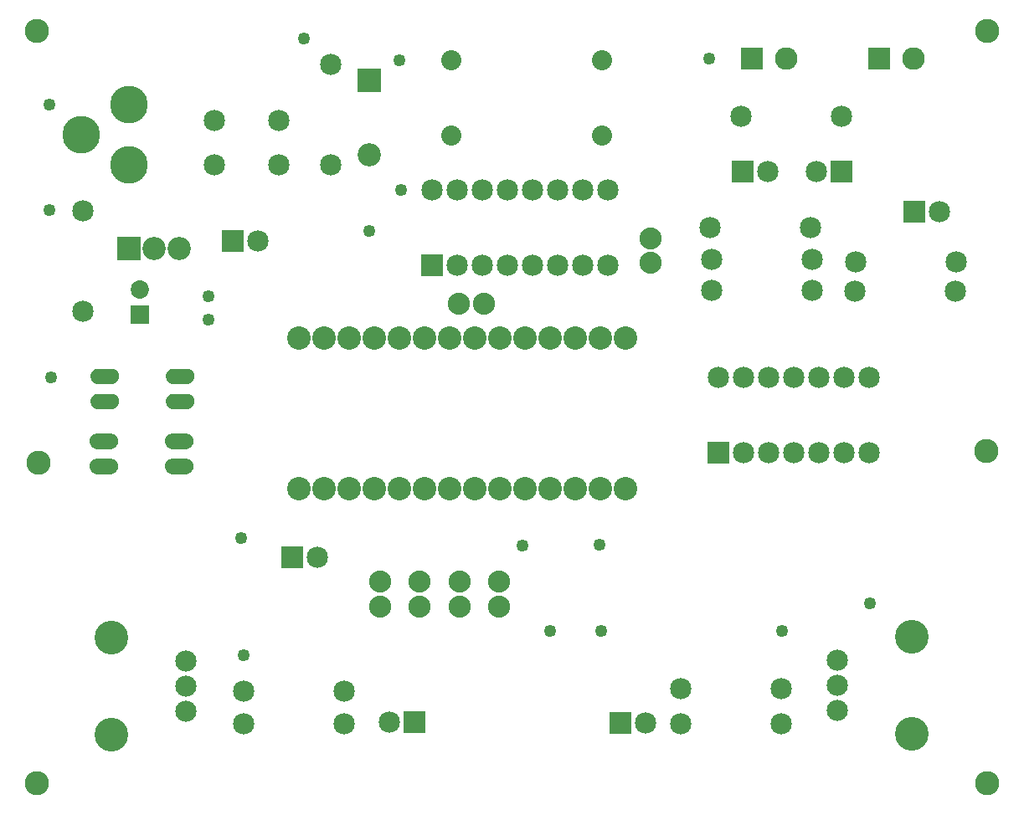
<source format=gbs>
G04 MADE WITH FRITZING*
G04 WWW.FRITZING.ORG*
G04 DOUBLE SIDED*
G04 HOLES PLATED*
G04 CONTOUR ON CENTER OF CONTOUR VECTOR*
%ASAXBY*%
%FSLAX23Y23*%
%MOIN*%
%OFA0B0*%
%SFA1.0B1.0*%
%ADD10C,0.049370*%
%ADD11C,0.085000*%
%ADD12C,0.092000*%
%ADD13C,0.080000*%
%ADD14C,0.088000*%
%ADD15C,0.096614*%
%ADD16C,0.093307*%
%ADD17C,0.084667*%
%ADD18C,0.084695*%
%ADD19C,0.134033*%
%ADD20C,0.150000*%
%ADD21C,0.090000*%
%ADD22C,0.072992*%
%ADD23C,0.062000*%
%ADD24R,0.085000X0.085000*%
%ADD25R,0.092000X0.092000*%
%ADD26R,0.090000X0.090000*%
%ADD27R,0.072992X0.072992*%
%ADD28C,0.030000*%
%ADD29R,0.001000X0.001000*%
%LNMASK0*%
G90*
G70*
G54D10*
X2324Y682D03*
X2122Y682D03*
G54D11*
X1093Y977D03*
X1193Y977D03*
G54D12*
X445Y2207D03*
X545Y2207D03*
X645Y2207D03*
G54D11*
X262Y2358D03*
X262Y1958D03*
X856Y2236D03*
X956Y2236D03*
G54D10*
X762Y2017D03*
G54D13*
X1726Y2657D03*
X2326Y2657D03*
X2326Y2957D03*
X1726Y2957D03*
G54D10*
X1522Y2958D03*
X1527Y2439D03*
X3394Y793D03*
G54D14*
X2521Y2248D03*
X2521Y2149D03*
G54D10*
X762Y1923D03*
G54D11*
X2880Y2732D03*
X3280Y2732D03*
X1652Y2141D03*
X1652Y2441D03*
X1752Y2141D03*
X1752Y2441D03*
X1852Y2141D03*
X1852Y2441D03*
X1952Y2141D03*
X1952Y2441D03*
X2052Y2141D03*
X2052Y2441D03*
X2152Y2141D03*
X2152Y2441D03*
X2252Y2141D03*
X2252Y2441D03*
X2352Y2141D03*
X2352Y2441D03*
G54D12*
X1399Y2877D03*
X1399Y2579D03*
G54D11*
X1247Y2939D03*
X1247Y2539D03*
G54D10*
X1402Y2276D03*
X1139Y3043D03*
G54D14*
X1756Y1987D03*
X1856Y1987D03*
G54D10*
X133Y1695D03*
G54D15*
X76Y3073D03*
X3861Y3073D03*
X3861Y76D03*
X76Y76D03*
X3858Y1399D03*
X84Y1354D03*
G54D14*
X1444Y879D03*
X1444Y779D03*
G54D10*
X890Y1054D03*
G54D14*
X1601Y879D03*
X1601Y779D03*
X1759Y879D03*
X1759Y779D03*
X1916Y879D03*
X1916Y779D03*
G54D10*
X2318Y1027D03*
X2011Y1025D03*
G54D11*
X902Y444D03*
X1302Y444D03*
X902Y315D03*
X1302Y315D03*
X2642Y455D03*
X3042Y455D03*
X2641Y314D03*
X3041Y314D03*
X2402Y317D03*
X2502Y317D03*
X1581Y319D03*
X1481Y319D03*
G54D16*
X1120Y1249D03*
X1120Y1849D03*
X1220Y1249D03*
X1220Y1849D03*
X1320Y1249D03*
X1320Y1849D03*
X1420Y1249D03*
X1420Y1849D03*
X1520Y1249D03*
X1520Y1849D03*
X1620Y1249D03*
X1620Y1849D03*
X1720Y1249D03*
X1720Y1849D03*
X1820Y1249D03*
X1820Y1849D03*
X1920Y1249D03*
X1920Y1849D03*
X2020Y1249D03*
X2020Y1849D03*
X2120Y1249D03*
X2120Y1849D03*
X2220Y1249D03*
X2220Y1849D03*
X2320Y1249D03*
X2320Y1849D03*
X2420Y1249D03*
X2420Y1849D03*
G54D17*
X669Y363D03*
X669Y463D03*
G54D18*
X669Y563D03*
G54D19*
X374Y269D03*
X374Y657D03*
G54D17*
X3265Y566D03*
X3265Y466D03*
G54D18*
X3265Y366D03*
G54D19*
X3560Y660D03*
X3560Y272D03*
G54D20*
X445Y2539D03*
X445Y2779D03*
X255Y2659D03*
G54D21*
X2924Y2964D03*
X3061Y2964D03*
X3429Y2964D03*
X3567Y2964D03*
G54D11*
X2791Y1395D03*
X2791Y1695D03*
X2891Y1395D03*
X2891Y1695D03*
X2991Y1395D03*
X2991Y1695D03*
X3091Y1395D03*
X3091Y1695D03*
X3191Y1395D03*
X3191Y1695D03*
X3291Y1395D03*
X3291Y1695D03*
X3391Y1395D03*
X3391Y1695D03*
X2765Y2165D03*
X3165Y2165D03*
X2765Y2040D03*
X3165Y2040D03*
X2758Y2291D03*
X3158Y2291D03*
G54D10*
X2753Y2964D03*
G54D11*
X3338Y2154D03*
X3738Y2154D03*
X3334Y2038D03*
X3734Y2038D03*
X3571Y2352D03*
X3671Y2352D03*
X2886Y2514D03*
X2986Y2514D03*
X3279Y2512D03*
X3179Y2512D03*
G54D10*
X901Y586D03*
X3044Y685D03*
G54D11*
X1041Y2540D03*
X785Y2540D03*
X1041Y2717D03*
X785Y2717D03*
G54D22*
X487Y1945D03*
X487Y2044D03*
G54D23*
X645Y1338D03*
X645Y1438D03*
X345Y1438D03*
X345Y1338D03*
X648Y1597D03*
X648Y1697D03*
X348Y1697D03*
X348Y1597D03*
G54D10*
X128Y2779D03*
X127Y2359D03*
G54D24*
X1093Y977D03*
G54D25*
X445Y2207D03*
G54D24*
X856Y2236D03*
X1652Y2141D03*
G54D25*
X1399Y2878D03*
G54D24*
X2402Y317D03*
X1581Y319D03*
G54D26*
X2924Y2964D03*
X3429Y2964D03*
G54D24*
X2791Y1395D03*
X3571Y2352D03*
X2886Y2514D03*
X3279Y2512D03*
G54D27*
X487Y1945D03*
G54D28*
G36*
X1088Y1281D02*
X1151Y1281D01*
X1151Y1217D01*
X1088Y1217D01*
X1088Y1281D01*
G37*
D02*
G54D29*
X316Y1728D02*
X379Y1728D01*
X616Y1728D02*
X679Y1728D01*
X312Y1727D02*
X383Y1727D01*
X612Y1727D02*
X683Y1727D01*
X310Y1726D02*
X386Y1726D01*
X610Y1726D02*
X686Y1726D01*
X308Y1725D02*
X388Y1725D01*
X608Y1725D02*
X688Y1725D01*
X306Y1724D02*
X389Y1724D01*
X606Y1724D02*
X689Y1724D01*
X304Y1723D02*
X391Y1723D01*
X604Y1723D02*
X691Y1723D01*
X303Y1722D02*
X392Y1722D01*
X603Y1722D02*
X692Y1722D01*
X302Y1721D02*
X394Y1721D01*
X602Y1721D02*
X694Y1721D01*
X301Y1720D02*
X395Y1720D01*
X601Y1720D02*
X695Y1720D01*
X300Y1719D02*
X396Y1719D01*
X600Y1719D02*
X696Y1719D01*
X299Y1718D02*
X397Y1718D01*
X599Y1718D02*
X697Y1718D01*
X298Y1717D02*
X397Y1717D01*
X598Y1717D02*
X697Y1717D01*
X297Y1716D02*
X398Y1716D01*
X597Y1716D02*
X698Y1716D01*
X297Y1715D02*
X399Y1715D01*
X597Y1715D02*
X699Y1715D01*
X296Y1714D02*
X399Y1714D01*
X596Y1714D02*
X699Y1714D01*
X295Y1713D02*
X400Y1713D01*
X595Y1713D02*
X700Y1713D01*
X295Y1712D02*
X401Y1712D01*
X595Y1712D02*
X701Y1712D01*
X294Y1711D02*
X401Y1711D01*
X594Y1711D02*
X701Y1711D01*
X294Y1710D02*
X402Y1710D01*
X594Y1710D02*
X702Y1710D01*
X293Y1709D02*
X402Y1709D01*
X593Y1709D02*
X702Y1709D01*
X293Y1708D02*
X343Y1708D01*
X352Y1708D02*
X402Y1708D01*
X593Y1708D02*
X643Y1708D01*
X652Y1708D02*
X702Y1708D01*
X293Y1707D02*
X341Y1707D01*
X354Y1707D02*
X403Y1707D01*
X593Y1707D02*
X641Y1707D01*
X654Y1707D02*
X703Y1707D01*
X292Y1706D02*
X340Y1706D01*
X355Y1706D02*
X403Y1706D01*
X592Y1706D02*
X640Y1706D01*
X655Y1706D02*
X703Y1706D01*
X292Y1705D02*
X339Y1705D01*
X356Y1705D02*
X403Y1705D01*
X592Y1705D02*
X639Y1705D01*
X656Y1705D02*
X703Y1705D01*
X292Y1704D02*
X338Y1704D01*
X357Y1704D02*
X404Y1704D01*
X592Y1704D02*
X638Y1704D01*
X657Y1704D02*
X704Y1704D01*
X292Y1703D02*
X338Y1703D01*
X358Y1703D02*
X404Y1703D01*
X592Y1703D02*
X638Y1703D01*
X658Y1703D02*
X704Y1703D01*
X292Y1702D02*
X337Y1702D01*
X358Y1702D02*
X404Y1702D01*
X592Y1702D02*
X637Y1702D01*
X658Y1702D02*
X704Y1702D01*
X291Y1701D02*
X337Y1701D01*
X359Y1701D02*
X404Y1701D01*
X591Y1701D02*
X637Y1701D01*
X659Y1701D02*
X704Y1701D01*
X291Y1700D02*
X336Y1700D01*
X359Y1700D02*
X404Y1700D01*
X591Y1700D02*
X636Y1700D01*
X659Y1700D02*
X704Y1700D01*
X291Y1699D02*
X336Y1699D01*
X359Y1699D02*
X404Y1699D01*
X591Y1699D02*
X636Y1699D01*
X659Y1699D02*
X704Y1699D01*
X291Y1698D02*
X336Y1698D01*
X359Y1698D02*
X404Y1698D01*
X591Y1698D02*
X636Y1698D01*
X659Y1698D02*
X704Y1698D01*
X291Y1697D02*
X336Y1697D01*
X359Y1697D02*
X404Y1697D01*
X591Y1697D02*
X636Y1697D01*
X659Y1697D02*
X704Y1697D01*
X291Y1696D02*
X336Y1696D01*
X359Y1696D02*
X404Y1696D01*
X591Y1696D02*
X636Y1696D01*
X659Y1696D02*
X704Y1696D01*
X291Y1695D02*
X337Y1695D01*
X359Y1695D02*
X404Y1695D01*
X591Y1695D02*
X637Y1695D01*
X659Y1695D02*
X704Y1695D01*
X291Y1694D02*
X337Y1694D01*
X359Y1694D02*
X404Y1694D01*
X591Y1694D02*
X637Y1694D01*
X659Y1694D02*
X704Y1694D01*
X292Y1693D02*
X337Y1693D01*
X358Y1693D02*
X404Y1693D01*
X592Y1693D02*
X637Y1693D01*
X658Y1693D02*
X704Y1693D01*
X292Y1692D02*
X338Y1692D01*
X358Y1692D02*
X404Y1692D01*
X592Y1692D02*
X638Y1692D01*
X658Y1692D02*
X704Y1692D01*
X292Y1691D02*
X339Y1691D01*
X357Y1691D02*
X403Y1691D01*
X592Y1691D02*
X639Y1691D01*
X657Y1691D02*
X703Y1691D01*
X292Y1690D02*
X339Y1690D01*
X356Y1690D02*
X403Y1690D01*
X592Y1690D02*
X639Y1690D01*
X656Y1690D02*
X703Y1690D01*
X293Y1689D02*
X341Y1689D01*
X355Y1689D02*
X403Y1689D01*
X593Y1689D02*
X641Y1689D01*
X655Y1689D02*
X703Y1689D01*
X293Y1688D02*
X342Y1688D01*
X353Y1688D02*
X403Y1688D01*
X593Y1688D02*
X642Y1688D01*
X653Y1688D02*
X703Y1688D01*
X293Y1687D02*
X344Y1687D01*
X351Y1687D02*
X402Y1687D01*
X593Y1687D02*
X644Y1687D01*
X651Y1687D02*
X702Y1687D01*
X294Y1686D02*
X402Y1686D01*
X594Y1686D02*
X702Y1686D01*
X294Y1685D02*
X401Y1685D01*
X594Y1685D02*
X701Y1685D01*
X295Y1684D02*
X401Y1684D01*
X595Y1684D02*
X701Y1684D01*
X295Y1683D02*
X400Y1683D01*
X595Y1683D02*
X700Y1683D01*
X296Y1682D02*
X400Y1682D01*
X596Y1682D02*
X700Y1682D01*
X296Y1681D02*
X399Y1681D01*
X596Y1681D02*
X699Y1681D01*
X297Y1680D02*
X399Y1680D01*
X597Y1680D02*
X699Y1680D01*
X298Y1679D02*
X398Y1679D01*
X598Y1679D02*
X698Y1679D01*
X298Y1678D02*
X397Y1678D01*
X598Y1678D02*
X697Y1678D01*
X299Y1677D02*
X396Y1677D01*
X599Y1677D02*
X696Y1677D01*
X300Y1676D02*
X395Y1676D01*
X600Y1676D02*
X695Y1676D01*
X301Y1675D02*
X394Y1675D01*
X601Y1675D02*
X694Y1675D01*
X302Y1674D02*
X393Y1674D01*
X602Y1674D02*
X693Y1674D01*
X304Y1673D02*
X392Y1673D01*
X604Y1673D02*
X692Y1673D01*
X305Y1672D02*
X390Y1672D01*
X605Y1672D02*
X690Y1672D01*
X307Y1671D02*
X389Y1671D01*
X607Y1671D02*
X689Y1671D01*
X309Y1670D02*
X387Y1670D01*
X609Y1670D02*
X687Y1670D01*
X311Y1669D02*
X385Y1669D01*
X611Y1669D02*
X685Y1669D01*
X314Y1668D02*
X382Y1668D01*
X614Y1668D02*
X682Y1668D01*
X318Y1667D02*
X377Y1667D01*
X618Y1667D02*
X677Y1667D01*
X316Y1628D02*
X380Y1628D01*
X616Y1628D02*
X680Y1628D01*
X312Y1627D02*
X383Y1627D01*
X612Y1627D02*
X683Y1627D01*
X310Y1626D02*
X386Y1626D01*
X610Y1626D02*
X686Y1626D01*
X308Y1625D02*
X388Y1625D01*
X608Y1625D02*
X688Y1625D01*
X306Y1624D02*
X389Y1624D01*
X606Y1624D02*
X689Y1624D01*
X304Y1623D02*
X391Y1623D01*
X604Y1623D02*
X691Y1623D01*
X303Y1622D02*
X392Y1622D01*
X603Y1622D02*
X692Y1622D01*
X302Y1621D02*
X394Y1621D01*
X602Y1621D02*
X694Y1621D01*
X301Y1620D02*
X395Y1620D01*
X601Y1620D02*
X695Y1620D01*
X300Y1619D02*
X396Y1619D01*
X600Y1619D02*
X696Y1619D01*
X299Y1618D02*
X397Y1618D01*
X599Y1618D02*
X697Y1618D01*
X298Y1617D02*
X397Y1617D01*
X598Y1617D02*
X697Y1617D01*
X297Y1616D02*
X398Y1616D01*
X597Y1616D02*
X698Y1616D01*
X297Y1615D02*
X399Y1615D01*
X597Y1615D02*
X699Y1615D01*
X296Y1614D02*
X399Y1614D01*
X596Y1614D02*
X699Y1614D01*
X295Y1613D02*
X400Y1613D01*
X595Y1613D02*
X700Y1613D01*
X295Y1612D02*
X401Y1612D01*
X595Y1612D02*
X701Y1612D01*
X294Y1611D02*
X401Y1611D01*
X594Y1611D02*
X701Y1611D01*
X294Y1610D02*
X402Y1610D01*
X594Y1610D02*
X702Y1610D01*
X293Y1609D02*
X402Y1609D01*
X593Y1609D02*
X702Y1609D01*
X293Y1608D02*
X343Y1608D01*
X352Y1608D02*
X402Y1608D01*
X593Y1608D02*
X643Y1608D01*
X652Y1608D02*
X702Y1608D01*
X293Y1607D02*
X341Y1607D01*
X354Y1607D02*
X403Y1607D01*
X593Y1607D02*
X641Y1607D01*
X654Y1607D02*
X703Y1607D01*
X292Y1606D02*
X340Y1606D01*
X355Y1606D02*
X403Y1606D01*
X592Y1606D02*
X640Y1606D01*
X655Y1606D02*
X703Y1606D01*
X292Y1605D02*
X339Y1605D01*
X356Y1605D02*
X403Y1605D01*
X592Y1605D02*
X639Y1605D01*
X656Y1605D02*
X703Y1605D01*
X292Y1604D02*
X338Y1604D01*
X357Y1604D02*
X404Y1604D01*
X592Y1604D02*
X638Y1604D01*
X657Y1604D02*
X704Y1604D01*
X292Y1603D02*
X338Y1603D01*
X358Y1603D02*
X404Y1603D01*
X592Y1603D02*
X638Y1603D01*
X658Y1603D02*
X704Y1603D01*
X292Y1602D02*
X337Y1602D01*
X358Y1602D02*
X404Y1602D01*
X592Y1602D02*
X637Y1602D01*
X658Y1602D02*
X704Y1602D01*
X291Y1601D02*
X337Y1601D01*
X359Y1601D02*
X404Y1601D01*
X591Y1601D02*
X637Y1601D01*
X659Y1601D02*
X704Y1601D01*
X291Y1600D02*
X336Y1600D01*
X359Y1600D02*
X404Y1600D01*
X591Y1600D02*
X636Y1600D01*
X659Y1600D02*
X704Y1600D01*
X291Y1599D02*
X336Y1599D01*
X359Y1599D02*
X404Y1599D01*
X591Y1599D02*
X636Y1599D01*
X659Y1599D02*
X704Y1599D01*
X291Y1598D02*
X336Y1598D01*
X359Y1598D02*
X404Y1598D01*
X591Y1598D02*
X636Y1598D01*
X659Y1598D02*
X704Y1598D01*
X291Y1597D02*
X336Y1597D01*
X359Y1597D02*
X404Y1597D01*
X591Y1597D02*
X636Y1597D01*
X659Y1597D02*
X704Y1597D01*
X291Y1596D02*
X336Y1596D01*
X359Y1596D02*
X404Y1596D01*
X591Y1596D02*
X636Y1596D01*
X659Y1596D02*
X704Y1596D01*
X291Y1595D02*
X337Y1595D01*
X359Y1595D02*
X404Y1595D01*
X591Y1595D02*
X637Y1595D01*
X659Y1595D02*
X704Y1595D01*
X291Y1594D02*
X337Y1594D01*
X359Y1594D02*
X404Y1594D01*
X591Y1594D02*
X637Y1594D01*
X659Y1594D02*
X704Y1594D01*
X292Y1593D02*
X337Y1593D01*
X358Y1593D02*
X404Y1593D01*
X592Y1593D02*
X637Y1593D01*
X658Y1593D02*
X704Y1593D01*
X292Y1592D02*
X338Y1592D01*
X358Y1592D02*
X404Y1592D01*
X592Y1592D02*
X638Y1592D01*
X658Y1592D02*
X704Y1592D01*
X292Y1591D02*
X339Y1591D01*
X357Y1591D02*
X403Y1591D01*
X592Y1591D02*
X639Y1591D01*
X657Y1591D02*
X703Y1591D01*
X292Y1590D02*
X339Y1590D01*
X356Y1590D02*
X403Y1590D01*
X592Y1590D02*
X639Y1590D01*
X656Y1590D02*
X703Y1590D01*
X293Y1589D02*
X341Y1589D01*
X355Y1589D02*
X403Y1589D01*
X593Y1589D02*
X641Y1589D01*
X655Y1589D02*
X703Y1589D01*
X293Y1588D02*
X342Y1588D01*
X353Y1588D02*
X403Y1588D01*
X593Y1588D02*
X642Y1588D01*
X653Y1588D02*
X703Y1588D01*
X293Y1587D02*
X345Y1587D01*
X351Y1587D02*
X402Y1587D01*
X593Y1587D02*
X645Y1587D01*
X651Y1587D02*
X702Y1587D01*
X294Y1586D02*
X402Y1586D01*
X594Y1586D02*
X702Y1586D01*
X294Y1585D02*
X401Y1585D01*
X594Y1585D02*
X701Y1585D01*
X295Y1584D02*
X401Y1584D01*
X595Y1584D02*
X701Y1584D01*
X295Y1583D02*
X400Y1583D01*
X595Y1583D02*
X700Y1583D01*
X296Y1582D02*
X400Y1582D01*
X596Y1582D02*
X700Y1582D01*
X296Y1581D02*
X399Y1581D01*
X596Y1581D02*
X699Y1581D01*
X297Y1580D02*
X399Y1580D01*
X597Y1580D02*
X699Y1580D01*
X298Y1579D02*
X398Y1579D01*
X598Y1579D02*
X698Y1579D01*
X298Y1578D02*
X397Y1578D01*
X598Y1578D02*
X697Y1578D01*
X299Y1577D02*
X396Y1577D01*
X599Y1577D02*
X696Y1577D01*
X300Y1576D02*
X395Y1576D01*
X600Y1576D02*
X695Y1576D01*
X301Y1575D02*
X394Y1575D01*
X601Y1575D02*
X694Y1575D01*
X302Y1574D02*
X393Y1574D01*
X602Y1574D02*
X693Y1574D01*
X304Y1573D02*
X392Y1573D01*
X604Y1573D02*
X692Y1573D01*
X305Y1572D02*
X390Y1572D01*
X605Y1572D02*
X690Y1572D01*
X307Y1571D02*
X389Y1571D01*
X607Y1571D02*
X689Y1571D01*
X309Y1570D02*
X387Y1570D01*
X609Y1570D02*
X687Y1570D01*
X311Y1569D02*
X385Y1569D01*
X611Y1569D02*
X685Y1569D01*
X314Y1568D02*
X382Y1568D01*
X614Y1568D02*
X682Y1568D01*
X318Y1567D02*
X377Y1567D01*
X618Y1567D02*
X677Y1567D01*
X316Y1470D02*
X373Y1470D01*
X616Y1470D02*
X673Y1470D01*
X311Y1469D02*
X378Y1469D01*
X611Y1469D02*
X678Y1469D01*
X308Y1468D02*
X381Y1468D01*
X608Y1468D02*
X681Y1468D01*
X305Y1467D02*
X383Y1467D01*
X605Y1467D02*
X683Y1467D01*
X303Y1466D02*
X385Y1466D01*
X603Y1466D02*
X685Y1466D01*
X302Y1465D02*
X387Y1465D01*
X602Y1465D02*
X687Y1465D01*
X300Y1464D02*
X388Y1464D01*
X600Y1464D02*
X688Y1464D01*
X299Y1463D02*
X389Y1463D01*
X599Y1463D02*
X689Y1463D01*
X298Y1462D02*
X391Y1462D01*
X598Y1462D02*
X691Y1462D01*
X297Y1461D02*
X392Y1461D01*
X597Y1461D02*
X692Y1461D01*
X296Y1460D02*
X393Y1460D01*
X596Y1460D02*
X693Y1460D01*
X295Y1459D02*
X394Y1459D01*
X595Y1459D02*
X694Y1459D01*
X294Y1458D02*
X394Y1458D01*
X594Y1458D02*
X694Y1458D01*
X293Y1457D02*
X395Y1457D01*
X593Y1457D02*
X695Y1457D01*
X293Y1456D02*
X396Y1456D01*
X593Y1456D02*
X696Y1456D01*
X292Y1455D02*
X396Y1455D01*
X592Y1455D02*
X696Y1455D01*
X292Y1454D02*
X397Y1454D01*
X592Y1454D02*
X697Y1454D01*
X291Y1453D02*
X397Y1453D01*
X591Y1453D02*
X697Y1453D01*
X291Y1452D02*
X398Y1452D01*
X591Y1452D02*
X698Y1452D01*
X290Y1451D02*
X398Y1451D01*
X590Y1451D02*
X698Y1451D01*
X290Y1450D02*
X342Y1450D01*
X347Y1450D02*
X399Y1450D01*
X590Y1450D02*
X642Y1450D01*
X647Y1450D02*
X699Y1450D01*
X289Y1449D02*
X339Y1449D01*
X350Y1449D02*
X399Y1449D01*
X589Y1449D02*
X639Y1449D01*
X650Y1449D02*
X699Y1449D01*
X289Y1448D02*
X337Y1448D01*
X351Y1448D02*
X399Y1448D01*
X589Y1448D02*
X637Y1448D01*
X651Y1448D02*
X699Y1448D01*
X289Y1447D02*
X336Y1447D01*
X352Y1447D02*
X400Y1447D01*
X589Y1447D02*
X636Y1447D01*
X652Y1447D02*
X700Y1447D01*
X289Y1446D02*
X335Y1446D01*
X353Y1446D02*
X400Y1446D01*
X589Y1446D02*
X635Y1446D01*
X653Y1446D02*
X700Y1446D01*
X288Y1445D02*
X334Y1445D01*
X354Y1445D02*
X400Y1445D01*
X588Y1445D02*
X634Y1445D01*
X654Y1445D02*
X700Y1445D01*
X288Y1444D02*
X334Y1444D01*
X355Y1444D02*
X400Y1444D01*
X588Y1444D02*
X634Y1444D01*
X655Y1444D02*
X700Y1444D01*
X288Y1443D02*
X333Y1443D01*
X355Y1443D02*
X400Y1443D01*
X588Y1443D02*
X633Y1443D01*
X655Y1443D02*
X700Y1443D01*
X288Y1442D02*
X333Y1442D01*
X355Y1442D02*
X401Y1442D01*
X588Y1442D02*
X633Y1442D01*
X655Y1442D02*
X701Y1442D01*
X288Y1441D02*
X333Y1441D01*
X356Y1441D02*
X401Y1441D01*
X588Y1441D02*
X633Y1441D01*
X656Y1441D02*
X701Y1441D01*
X288Y1440D02*
X333Y1440D01*
X356Y1440D02*
X401Y1440D01*
X588Y1440D02*
X633Y1440D01*
X656Y1440D02*
X701Y1440D01*
X288Y1439D02*
X333Y1439D01*
X356Y1439D02*
X401Y1439D01*
X588Y1439D02*
X633Y1439D01*
X656Y1439D02*
X701Y1439D01*
X288Y1438D02*
X333Y1438D01*
X356Y1438D02*
X401Y1438D01*
X588Y1438D02*
X633Y1438D01*
X656Y1438D02*
X701Y1438D01*
X288Y1437D02*
X333Y1437D01*
X356Y1437D02*
X401Y1437D01*
X588Y1437D02*
X633Y1437D01*
X656Y1437D02*
X701Y1437D01*
X288Y1436D02*
X333Y1436D01*
X355Y1436D02*
X401Y1436D01*
X588Y1436D02*
X633Y1436D01*
X655Y1436D02*
X701Y1436D01*
X288Y1435D02*
X333Y1435D01*
X355Y1435D02*
X400Y1435D01*
X588Y1435D02*
X633Y1435D01*
X655Y1435D02*
X700Y1435D01*
X288Y1434D02*
X334Y1434D01*
X354Y1434D02*
X400Y1434D01*
X588Y1434D02*
X634Y1434D01*
X654Y1434D02*
X700Y1434D01*
X288Y1433D02*
X335Y1433D01*
X354Y1433D02*
X400Y1433D01*
X588Y1433D02*
X635Y1433D01*
X654Y1433D02*
X700Y1433D01*
X289Y1432D02*
X335Y1432D01*
X353Y1432D02*
X400Y1432D01*
X589Y1432D02*
X635Y1432D01*
X653Y1432D02*
X700Y1432D01*
X289Y1431D02*
X336Y1431D01*
X352Y1431D02*
X400Y1431D01*
X589Y1431D02*
X636Y1431D01*
X652Y1431D02*
X700Y1431D01*
X289Y1430D02*
X338Y1430D01*
X351Y1430D02*
X399Y1430D01*
X589Y1430D02*
X638Y1430D01*
X651Y1430D02*
X699Y1430D01*
X290Y1429D02*
X339Y1429D01*
X349Y1429D02*
X399Y1429D01*
X590Y1429D02*
X639Y1429D01*
X649Y1429D02*
X699Y1429D01*
X290Y1428D02*
X399Y1428D01*
X590Y1428D02*
X699Y1428D01*
X290Y1427D02*
X398Y1427D01*
X590Y1427D02*
X698Y1427D01*
X291Y1426D02*
X398Y1426D01*
X591Y1426D02*
X698Y1426D01*
X291Y1425D02*
X397Y1425D01*
X591Y1425D02*
X697Y1425D01*
X292Y1424D02*
X397Y1424D01*
X592Y1424D02*
X697Y1424D01*
X292Y1423D02*
X396Y1423D01*
X592Y1423D02*
X696Y1423D01*
X293Y1422D02*
X395Y1422D01*
X593Y1422D02*
X695Y1422D01*
X294Y1421D02*
X395Y1421D01*
X594Y1421D02*
X695Y1421D01*
X294Y1420D02*
X394Y1420D01*
X594Y1420D02*
X694Y1420D01*
X295Y1419D02*
X393Y1419D01*
X595Y1419D02*
X693Y1419D01*
X296Y1418D02*
X392Y1418D01*
X596Y1418D02*
X692Y1418D01*
X297Y1417D02*
X391Y1417D01*
X597Y1417D02*
X691Y1417D01*
X298Y1416D02*
X390Y1416D01*
X598Y1416D02*
X690Y1416D01*
X299Y1415D02*
X389Y1415D01*
X599Y1415D02*
X689Y1415D01*
X301Y1414D02*
X388Y1414D01*
X601Y1414D02*
X688Y1414D01*
X302Y1413D02*
X386Y1413D01*
X602Y1413D02*
X686Y1413D01*
X304Y1412D02*
X384Y1412D01*
X604Y1412D02*
X684Y1412D01*
X306Y1411D02*
X382Y1411D01*
X606Y1411D02*
X682Y1411D01*
X309Y1410D02*
X380Y1410D01*
X609Y1410D02*
X680Y1410D01*
X312Y1409D02*
X377Y1409D01*
X612Y1409D02*
X677Y1409D01*
X316Y1370D02*
X373Y1370D01*
X616Y1370D02*
X673Y1370D01*
X311Y1369D02*
X378Y1369D01*
X611Y1369D02*
X678Y1369D01*
X308Y1368D02*
X381Y1368D01*
X608Y1368D02*
X681Y1368D01*
X305Y1367D02*
X383Y1367D01*
X605Y1367D02*
X683Y1367D01*
X303Y1366D02*
X385Y1366D01*
X603Y1366D02*
X685Y1366D01*
X302Y1365D02*
X387Y1365D01*
X602Y1365D02*
X687Y1365D01*
X300Y1364D02*
X388Y1364D01*
X600Y1364D02*
X688Y1364D01*
X299Y1363D02*
X390Y1363D01*
X599Y1363D02*
X690Y1363D01*
X298Y1362D02*
X391Y1362D01*
X598Y1362D02*
X691Y1362D01*
X297Y1361D02*
X392Y1361D01*
X597Y1361D02*
X692Y1361D01*
X296Y1360D02*
X393Y1360D01*
X596Y1360D02*
X693Y1360D01*
X295Y1359D02*
X394Y1359D01*
X595Y1359D02*
X694Y1359D01*
X294Y1358D02*
X394Y1358D01*
X594Y1358D02*
X694Y1358D01*
X293Y1357D02*
X395Y1357D01*
X593Y1357D02*
X695Y1357D01*
X293Y1356D02*
X396Y1356D01*
X593Y1356D02*
X696Y1356D01*
X292Y1355D02*
X396Y1355D01*
X592Y1355D02*
X696Y1355D01*
X292Y1354D02*
X397Y1354D01*
X592Y1354D02*
X697Y1354D01*
X291Y1353D02*
X397Y1353D01*
X591Y1353D02*
X697Y1353D01*
X291Y1352D02*
X398Y1352D01*
X591Y1352D02*
X698Y1352D01*
X290Y1351D02*
X398Y1351D01*
X590Y1351D02*
X698Y1351D01*
X290Y1350D02*
X342Y1350D01*
X347Y1350D02*
X399Y1350D01*
X590Y1350D02*
X642Y1350D01*
X647Y1350D02*
X699Y1350D01*
X289Y1349D02*
X339Y1349D01*
X350Y1349D02*
X399Y1349D01*
X589Y1349D02*
X639Y1349D01*
X650Y1349D02*
X699Y1349D01*
X289Y1348D02*
X337Y1348D01*
X351Y1348D02*
X399Y1348D01*
X589Y1348D02*
X637Y1348D01*
X651Y1348D02*
X699Y1348D01*
X289Y1347D02*
X336Y1347D01*
X352Y1347D02*
X400Y1347D01*
X589Y1347D02*
X636Y1347D01*
X652Y1347D02*
X700Y1347D01*
X289Y1346D02*
X335Y1346D01*
X353Y1346D02*
X400Y1346D01*
X589Y1346D02*
X635Y1346D01*
X653Y1346D02*
X700Y1346D01*
X288Y1345D02*
X334Y1345D01*
X354Y1345D02*
X400Y1345D01*
X588Y1345D02*
X634Y1345D01*
X654Y1345D02*
X700Y1345D01*
X288Y1344D02*
X334Y1344D01*
X355Y1344D02*
X400Y1344D01*
X588Y1344D02*
X634Y1344D01*
X655Y1344D02*
X700Y1344D01*
X288Y1343D02*
X333Y1343D01*
X355Y1343D02*
X400Y1343D01*
X588Y1343D02*
X633Y1343D01*
X655Y1343D02*
X700Y1343D01*
X288Y1342D02*
X333Y1342D01*
X355Y1342D02*
X401Y1342D01*
X588Y1342D02*
X633Y1342D01*
X655Y1342D02*
X701Y1342D01*
X288Y1341D02*
X333Y1341D01*
X356Y1341D02*
X401Y1341D01*
X588Y1341D02*
X633Y1341D01*
X656Y1341D02*
X701Y1341D01*
X288Y1340D02*
X333Y1340D01*
X356Y1340D02*
X401Y1340D01*
X588Y1340D02*
X633Y1340D01*
X656Y1340D02*
X701Y1340D01*
X288Y1339D02*
X333Y1339D01*
X356Y1339D02*
X401Y1339D01*
X588Y1339D02*
X633Y1339D01*
X656Y1339D02*
X701Y1339D01*
X288Y1338D02*
X333Y1338D01*
X356Y1338D02*
X401Y1338D01*
X588Y1338D02*
X633Y1338D01*
X656Y1338D02*
X701Y1338D01*
X288Y1337D02*
X333Y1337D01*
X356Y1337D02*
X401Y1337D01*
X588Y1337D02*
X633Y1337D01*
X656Y1337D02*
X701Y1337D01*
X288Y1336D02*
X333Y1336D01*
X355Y1336D02*
X401Y1336D01*
X588Y1336D02*
X633Y1336D01*
X655Y1336D02*
X701Y1336D01*
X288Y1335D02*
X333Y1335D01*
X355Y1335D02*
X400Y1335D01*
X588Y1335D02*
X633Y1335D01*
X655Y1335D02*
X700Y1335D01*
X288Y1334D02*
X334Y1334D01*
X354Y1334D02*
X400Y1334D01*
X588Y1334D02*
X634Y1334D01*
X654Y1334D02*
X700Y1334D01*
X288Y1333D02*
X335Y1333D01*
X354Y1333D02*
X400Y1333D01*
X588Y1333D02*
X635Y1333D01*
X654Y1333D02*
X700Y1333D01*
X289Y1332D02*
X335Y1332D01*
X353Y1332D02*
X400Y1332D01*
X589Y1332D02*
X635Y1332D01*
X653Y1332D02*
X700Y1332D01*
X289Y1331D02*
X336Y1331D01*
X352Y1331D02*
X400Y1331D01*
X589Y1331D02*
X636Y1331D01*
X652Y1331D02*
X700Y1331D01*
X289Y1330D02*
X338Y1330D01*
X351Y1330D02*
X399Y1330D01*
X589Y1330D02*
X638Y1330D01*
X651Y1330D02*
X699Y1330D01*
X290Y1329D02*
X339Y1329D01*
X349Y1329D02*
X399Y1329D01*
X590Y1329D02*
X639Y1329D01*
X649Y1329D02*
X699Y1329D01*
X290Y1328D02*
X399Y1328D01*
X590Y1328D02*
X699Y1328D01*
X290Y1327D02*
X398Y1327D01*
X590Y1327D02*
X698Y1327D01*
X291Y1326D02*
X398Y1326D01*
X591Y1326D02*
X698Y1326D01*
X291Y1325D02*
X397Y1325D01*
X591Y1325D02*
X697Y1325D01*
X292Y1324D02*
X397Y1324D01*
X592Y1324D02*
X697Y1324D01*
X292Y1323D02*
X396Y1323D01*
X592Y1323D02*
X696Y1323D01*
X293Y1322D02*
X395Y1322D01*
X593Y1322D02*
X695Y1322D01*
X294Y1321D02*
X395Y1321D01*
X594Y1321D02*
X695Y1321D01*
X294Y1320D02*
X394Y1320D01*
X594Y1320D02*
X694Y1320D01*
X295Y1319D02*
X393Y1319D01*
X595Y1319D02*
X693Y1319D01*
X296Y1318D02*
X392Y1318D01*
X596Y1318D02*
X692Y1318D01*
X297Y1317D02*
X391Y1317D01*
X597Y1317D02*
X691Y1317D01*
X298Y1316D02*
X390Y1316D01*
X598Y1316D02*
X690Y1316D01*
X299Y1315D02*
X389Y1315D01*
X599Y1315D02*
X689Y1315D01*
X301Y1314D02*
X388Y1314D01*
X601Y1314D02*
X688Y1314D01*
X302Y1313D02*
X386Y1313D01*
X602Y1313D02*
X686Y1313D01*
X304Y1312D02*
X384Y1312D01*
X604Y1312D02*
X684Y1312D01*
X306Y1311D02*
X382Y1311D01*
X606Y1311D02*
X682Y1311D01*
X309Y1310D02*
X380Y1310D01*
X609Y1310D02*
X680Y1310D01*
X312Y1309D02*
X376Y1309D01*
X612Y1309D02*
X676Y1309D01*
D02*
G04 End of Mask0*
M02*
</source>
